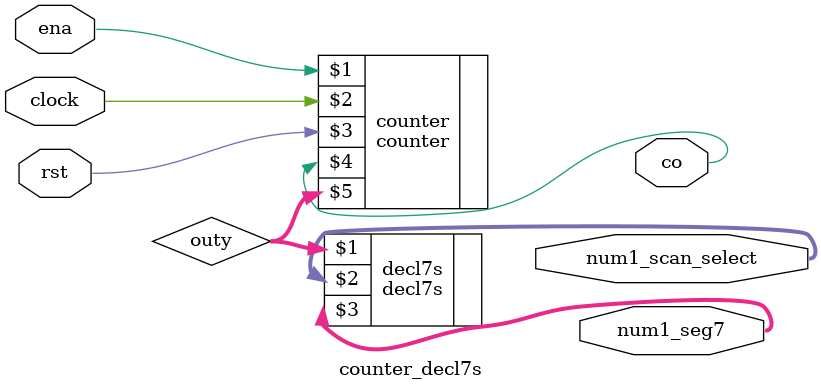
<source format=v>
module counter_decl7s(ena,clock,rst,co,num1_scan_select,num1_seg7);
input ena,clock,rst;
output [7:0]num1_seg7;
output co;
output [1:0]num1_scan_select;
wire [3:0]outy;
counter counter(ena,clock,rst,co,outy);
decl7s decl7s(outy,num1_scan_select,num1_seg7);
endmodule
</source>
